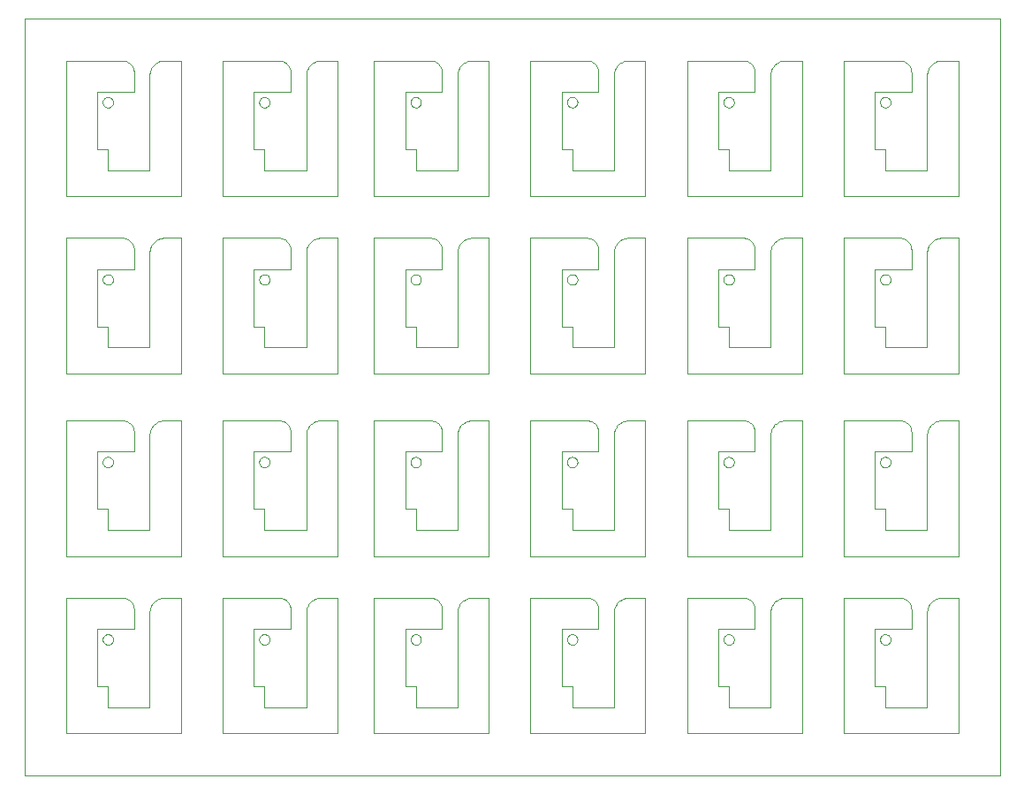
<source format=gko>
G75*
%MOIN*%
%OFA0B0*%
%FSLAX24Y24*%
%IPPOS*%
%LPD*%
%AMOC8*
5,1,8,0,0,1.08239X$1,22.5*
%
%ADD10C,0.0000*%
D10*
X000440Y000519D02*
X000440Y029062D01*
X037251Y029062D01*
X037251Y000519D01*
X000440Y000519D01*
X002015Y002094D02*
X006345Y002094D01*
X006345Y007212D01*
X005721Y007212D01*
X005675Y007210D01*
X005629Y007204D01*
X005584Y007195D01*
X005540Y007182D01*
X005497Y007165D01*
X005456Y007145D01*
X005416Y007121D01*
X005379Y007095D01*
X005344Y007065D01*
X005311Y007032D01*
X005281Y006997D01*
X005255Y006960D01*
X005231Y006920D01*
X005211Y006879D01*
X005194Y006836D01*
X005181Y006792D01*
X005172Y006747D01*
X005166Y006701D01*
X005164Y006655D01*
X005164Y003078D01*
X003590Y003078D01*
X003590Y003865D01*
X003196Y003865D01*
X003196Y006031D01*
X004574Y006031D01*
X004574Y006771D01*
X004572Y006812D01*
X004567Y006852D01*
X004557Y006891D01*
X004544Y006930D01*
X004528Y006967D01*
X004508Y007003D01*
X004485Y007036D01*
X004459Y007067D01*
X004430Y007096D01*
X004399Y007122D01*
X004366Y007145D01*
X004330Y007165D01*
X004293Y007181D01*
X004254Y007194D01*
X004215Y007204D01*
X004175Y007209D01*
X004134Y007211D01*
X004134Y007212D02*
X002015Y007212D01*
X002015Y002094D01*
X003393Y005637D02*
X003395Y005664D01*
X003401Y005691D01*
X003410Y005717D01*
X003423Y005741D01*
X003439Y005764D01*
X003458Y005783D01*
X003480Y005800D01*
X003504Y005814D01*
X003529Y005824D01*
X003556Y005831D01*
X003583Y005834D01*
X003611Y005833D01*
X003638Y005828D01*
X003664Y005820D01*
X003688Y005808D01*
X003711Y005792D01*
X003732Y005774D01*
X003749Y005753D01*
X003764Y005729D01*
X003775Y005704D01*
X003783Y005678D01*
X003787Y005651D01*
X003787Y005623D01*
X003783Y005596D01*
X003775Y005570D01*
X003764Y005545D01*
X003749Y005521D01*
X003732Y005500D01*
X003711Y005482D01*
X003689Y005466D01*
X003664Y005454D01*
X003638Y005446D01*
X003611Y005441D01*
X003583Y005440D01*
X003556Y005443D01*
X003529Y005450D01*
X003504Y005460D01*
X003480Y005474D01*
X003458Y005491D01*
X003439Y005510D01*
X003423Y005533D01*
X003410Y005557D01*
X003401Y005583D01*
X003395Y005610D01*
X003393Y005637D01*
X002015Y008786D02*
X006345Y008786D01*
X006345Y013905D01*
X005721Y013905D01*
X005675Y013903D01*
X005629Y013897D01*
X005584Y013888D01*
X005540Y013875D01*
X005497Y013858D01*
X005456Y013838D01*
X005416Y013814D01*
X005379Y013788D01*
X005344Y013758D01*
X005311Y013725D01*
X005281Y013690D01*
X005255Y013653D01*
X005231Y013613D01*
X005211Y013572D01*
X005194Y013529D01*
X005181Y013485D01*
X005172Y013440D01*
X005166Y013394D01*
X005164Y013348D01*
X005164Y009771D01*
X003590Y009771D01*
X003590Y010558D01*
X003196Y010558D01*
X003196Y012723D01*
X004574Y012723D01*
X004574Y013464D01*
X004572Y013505D01*
X004567Y013545D01*
X004557Y013584D01*
X004544Y013623D01*
X004528Y013660D01*
X004508Y013696D01*
X004485Y013729D01*
X004459Y013760D01*
X004430Y013789D01*
X004399Y013815D01*
X004366Y013838D01*
X004330Y013858D01*
X004293Y013874D01*
X004254Y013887D01*
X004215Y013897D01*
X004175Y013902D01*
X004134Y013904D01*
X004134Y013905D02*
X002015Y013905D01*
X002015Y008786D01*
X003393Y012330D02*
X003395Y012357D01*
X003401Y012384D01*
X003410Y012410D01*
X003423Y012434D01*
X003439Y012457D01*
X003458Y012476D01*
X003480Y012493D01*
X003504Y012507D01*
X003529Y012517D01*
X003556Y012524D01*
X003583Y012527D01*
X003611Y012526D01*
X003638Y012521D01*
X003664Y012513D01*
X003688Y012501D01*
X003711Y012485D01*
X003732Y012467D01*
X003749Y012446D01*
X003764Y012422D01*
X003775Y012397D01*
X003783Y012371D01*
X003787Y012344D01*
X003787Y012316D01*
X003783Y012289D01*
X003775Y012263D01*
X003764Y012238D01*
X003749Y012214D01*
X003732Y012193D01*
X003711Y012175D01*
X003689Y012159D01*
X003664Y012147D01*
X003638Y012139D01*
X003611Y012134D01*
X003583Y012133D01*
X003556Y012136D01*
X003529Y012143D01*
X003504Y012153D01*
X003480Y012167D01*
X003458Y012184D01*
X003439Y012203D01*
X003423Y012226D01*
X003410Y012250D01*
X003401Y012276D01*
X003395Y012303D01*
X003393Y012330D01*
X002015Y015676D02*
X006345Y015676D01*
X006345Y020794D01*
X005721Y020794D01*
X005721Y020795D02*
X005675Y020793D01*
X005629Y020787D01*
X005584Y020778D01*
X005540Y020765D01*
X005497Y020748D01*
X005456Y020728D01*
X005416Y020704D01*
X005379Y020678D01*
X005344Y020648D01*
X005311Y020615D01*
X005281Y020580D01*
X005255Y020543D01*
X005231Y020503D01*
X005211Y020462D01*
X005194Y020419D01*
X005181Y020375D01*
X005172Y020330D01*
X005166Y020284D01*
X005164Y020238D01*
X005164Y016660D01*
X003590Y016660D01*
X003590Y017448D01*
X003196Y017448D01*
X003196Y019613D01*
X004574Y019613D01*
X004574Y020354D01*
X004572Y020395D01*
X004567Y020435D01*
X004557Y020474D01*
X004544Y020513D01*
X004528Y020550D01*
X004508Y020586D01*
X004485Y020619D01*
X004459Y020650D01*
X004430Y020679D01*
X004399Y020705D01*
X004366Y020728D01*
X004330Y020748D01*
X004293Y020764D01*
X004254Y020777D01*
X004215Y020787D01*
X004175Y020792D01*
X004134Y020794D01*
X002015Y020794D01*
X002015Y015676D01*
X003393Y019219D02*
X003395Y019246D01*
X003401Y019273D01*
X003410Y019299D01*
X003423Y019323D01*
X003439Y019346D01*
X003458Y019365D01*
X003480Y019382D01*
X003504Y019396D01*
X003529Y019406D01*
X003556Y019413D01*
X003583Y019416D01*
X003611Y019415D01*
X003638Y019410D01*
X003664Y019402D01*
X003688Y019390D01*
X003711Y019374D01*
X003732Y019356D01*
X003749Y019335D01*
X003764Y019311D01*
X003775Y019286D01*
X003783Y019260D01*
X003787Y019233D01*
X003787Y019205D01*
X003783Y019178D01*
X003775Y019152D01*
X003764Y019127D01*
X003749Y019103D01*
X003732Y019082D01*
X003711Y019064D01*
X003689Y019048D01*
X003664Y019036D01*
X003638Y019028D01*
X003611Y019023D01*
X003583Y019022D01*
X003556Y019025D01*
X003529Y019032D01*
X003504Y019042D01*
X003480Y019056D01*
X003458Y019073D01*
X003439Y019092D01*
X003423Y019115D01*
X003410Y019139D01*
X003401Y019165D01*
X003395Y019192D01*
X003393Y019219D01*
X002015Y022369D02*
X006345Y022369D01*
X006345Y027487D01*
X005721Y027487D01*
X005675Y027485D01*
X005629Y027479D01*
X005584Y027470D01*
X005540Y027457D01*
X005497Y027440D01*
X005456Y027420D01*
X005416Y027396D01*
X005379Y027370D01*
X005344Y027340D01*
X005311Y027307D01*
X005281Y027272D01*
X005255Y027235D01*
X005231Y027195D01*
X005211Y027154D01*
X005194Y027111D01*
X005181Y027067D01*
X005172Y027022D01*
X005166Y026976D01*
X005164Y026930D01*
X005164Y023353D01*
X003590Y023353D01*
X003590Y024141D01*
X003196Y024141D01*
X003196Y026306D01*
X004574Y026306D01*
X004574Y027047D01*
X004572Y027088D01*
X004567Y027128D01*
X004557Y027167D01*
X004544Y027206D01*
X004528Y027243D01*
X004508Y027279D01*
X004485Y027312D01*
X004459Y027343D01*
X004430Y027372D01*
X004399Y027398D01*
X004366Y027421D01*
X004330Y027441D01*
X004293Y027457D01*
X004254Y027470D01*
X004215Y027480D01*
X004175Y027485D01*
X004134Y027487D01*
X002015Y027487D01*
X002015Y022369D01*
X003393Y025912D02*
X003395Y025939D01*
X003401Y025966D01*
X003410Y025992D01*
X003423Y026016D01*
X003439Y026039D01*
X003458Y026058D01*
X003480Y026075D01*
X003504Y026089D01*
X003529Y026099D01*
X003556Y026106D01*
X003583Y026109D01*
X003611Y026108D01*
X003638Y026103D01*
X003664Y026095D01*
X003688Y026083D01*
X003711Y026067D01*
X003732Y026049D01*
X003749Y026028D01*
X003764Y026004D01*
X003775Y025979D01*
X003783Y025953D01*
X003787Y025926D01*
X003787Y025898D01*
X003783Y025871D01*
X003775Y025845D01*
X003764Y025820D01*
X003749Y025796D01*
X003732Y025775D01*
X003711Y025757D01*
X003689Y025741D01*
X003664Y025729D01*
X003638Y025721D01*
X003611Y025716D01*
X003583Y025715D01*
X003556Y025718D01*
X003529Y025725D01*
X003504Y025735D01*
X003480Y025749D01*
X003458Y025766D01*
X003439Y025785D01*
X003423Y025808D01*
X003410Y025832D01*
X003401Y025858D01*
X003395Y025885D01*
X003393Y025912D01*
X007920Y027487D02*
X007920Y022369D01*
X012251Y022369D01*
X012251Y027487D01*
X011627Y027487D01*
X011581Y027485D01*
X011535Y027479D01*
X011490Y027470D01*
X011446Y027457D01*
X011403Y027440D01*
X011362Y027420D01*
X011322Y027396D01*
X011285Y027370D01*
X011250Y027340D01*
X011217Y027307D01*
X011187Y027272D01*
X011161Y027235D01*
X011137Y027195D01*
X011117Y027154D01*
X011100Y027111D01*
X011087Y027067D01*
X011078Y027022D01*
X011072Y026976D01*
X011070Y026930D01*
X011070Y023353D01*
X009495Y023353D01*
X009495Y024141D01*
X009101Y024141D01*
X009101Y026306D01*
X010479Y026306D01*
X010479Y027047D01*
X010477Y027088D01*
X010472Y027128D01*
X010462Y027167D01*
X010449Y027206D01*
X010433Y027243D01*
X010413Y027279D01*
X010390Y027312D01*
X010364Y027343D01*
X010335Y027372D01*
X010304Y027398D01*
X010271Y027421D01*
X010235Y027441D01*
X010198Y027457D01*
X010159Y027470D01*
X010120Y027480D01*
X010080Y027485D01*
X010039Y027487D01*
X007920Y027487D01*
X009298Y025912D02*
X009300Y025939D01*
X009306Y025966D01*
X009315Y025992D01*
X009328Y026016D01*
X009344Y026039D01*
X009363Y026058D01*
X009385Y026075D01*
X009409Y026089D01*
X009434Y026099D01*
X009461Y026106D01*
X009488Y026109D01*
X009516Y026108D01*
X009543Y026103D01*
X009569Y026095D01*
X009593Y026083D01*
X009616Y026067D01*
X009637Y026049D01*
X009654Y026028D01*
X009669Y026004D01*
X009680Y025979D01*
X009688Y025953D01*
X009692Y025926D01*
X009692Y025898D01*
X009688Y025871D01*
X009680Y025845D01*
X009669Y025820D01*
X009654Y025796D01*
X009637Y025775D01*
X009616Y025757D01*
X009594Y025741D01*
X009569Y025729D01*
X009543Y025721D01*
X009516Y025716D01*
X009488Y025715D01*
X009461Y025718D01*
X009434Y025725D01*
X009409Y025735D01*
X009385Y025749D01*
X009363Y025766D01*
X009344Y025785D01*
X009328Y025808D01*
X009315Y025832D01*
X009306Y025858D01*
X009300Y025885D01*
X009298Y025912D01*
X013629Y027487D02*
X013629Y022369D01*
X017960Y022369D01*
X017960Y027487D01*
X017335Y027487D01*
X017289Y027485D01*
X017243Y027479D01*
X017198Y027470D01*
X017154Y027457D01*
X017111Y027440D01*
X017070Y027420D01*
X017030Y027396D01*
X016993Y027370D01*
X016958Y027340D01*
X016925Y027307D01*
X016895Y027272D01*
X016869Y027235D01*
X016845Y027195D01*
X016825Y027154D01*
X016808Y027111D01*
X016795Y027067D01*
X016786Y027022D01*
X016780Y026976D01*
X016778Y026930D01*
X016779Y026930D02*
X016779Y023353D01*
X015204Y023353D01*
X015204Y024141D01*
X014810Y024141D01*
X014810Y026306D01*
X016188Y026306D01*
X016188Y027047D01*
X016186Y027088D01*
X016181Y027128D01*
X016171Y027167D01*
X016158Y027206D01*
X016142Y027243D01*
X016122Y027279D01*
X016099Y027312D01*
X016073Y027343D01*
X016044Y027372D01*
X016013Y027398D01*
X015980Y027421D01*
X015944Y027441D01*
X015907Y027457D01*
X015868Y027470D01*
X015829Y027480D01*
X015789Y027485D01*
X015748Y027487D01*
X013629Y027487D01*
X015007Y025912D02*
X015009Y025939D01*
X015015Y025966D01*
X015024Y025992D01*
X015037Y026016D01*
X015053Y026039D01*
X015072Y026058D01*
X015094Y026075D01*
X015118Y026089D01*
X015143Y026099D01*
X015170Y026106D01*
X015197Y026109D01*
X015225Y026108D01*
X015252Y026103D01*
X015278Y026095D01*
X015302Y026083D01*
X015325Y026067D01*
X015346Y026049D01*
X015363Y026028D01*
X015378Y026004D01*
X015389Y025979D01*
X015397Y025953D01*
X015401Y025926D01*
X015401Y025898D01*
X015397Y025871D01*
X015389Y025845D01*
X015378Y025820D01*
X015363Y025796D01*
X015346Y025775D01*
X015325Y025757D01*
X015303Y025741D01*
X015278Y025729D01*
X015252Y025721D01*
X015225Y025716D01*
X015197Y025715D01*
X015170Y025718D01*
X015143Y025725D01*
X015118Y025735D01*
X015094Y025749D01*
X015072Y025766D01*
X015053Y025785D01*
X015037Y025808D01*
X015024Y025832D01*
X015015Y025858D01*
X015009Y025885D01*
X015007Y025912D01*
X019534Y027487D02*
X019534Y022369D01*
X023865Y022369D01*
X023865Y027487D01*
X023241Y027487D01*
X023195Y027485D01*
X023149Y027479D01*
X023104Y027470D01*
X023060Y027457D01*
X023017Y027440D01*
X022976Y027420D01*
X022936Y027396D01*
X022899Y027370D01*
X022864Y027340D01*
X022831Y027307D01*
X022801Y027272D01*
X022775Y027235D01*
X022751Y027195D01*
X022731Y027154D01*
X022714Y027111D01*
X022701Y027067D01*
X022692Y027022D01*
X022686Y026976D01*
X022684Y026930D01*
X022684Y023353D01*
X021109Y023353D01*
X021109Y024141D01*
X020716Y024141D01*
X020716Y026306D01*
X022094Y026306D01*
X022094Y027047D01*
X022093Y027047D02*
X022091Y027088D01*
X022086Y027128D01*
X022076Y027167D01*
X022063Y027206D01*
X022047Y027243D01*
X022027Y027279D01*
X022004Y027312D01*
X021978Y027343D01*
X021949Y027372D01*
X021918Y027398D01*
X021885Y027421D01*
X021849Y027441D01*
X021812Y027457D01*
X021773Y027470D01*
X021734Y027480D01*
X021694Y027485D01*
X021653Y027487D01*
X019534Y027487D01*
X020912Y025912D02*
X020914Y025939D01*
X020920Y025966D01*
X020929Y025992D01*
X020942Y026016D01*
X020958Y026039D01*
X020977Y026058D01*
X020999Y026075D01*
X021023Y026089D01*
X021048Y026099D01*
X021075Y026106D01*
X021102Y026109D01*
X021130Y026108D01*
X021157Y026103D01*
X021183Y026095D01*
X021207Y026083D01*
X021230Y026067D01*
X021251Y026049D01*
X021268Y026028D01*
X021283Y026004D01*
X021294Y025979D01*
X021302Y025953D01*
X021306Y025926D01*
X021306Y025898D01*
X021302Y025871D01*
X021294Y025845D01*
X021283Y025820D01*
X021268Y025796D01*
X021251Y025775D01*
X021230Y025757D01*
X021208Y025741D01*
X021183Y025729D01*
X021157Y025721D01*
X021130Y025716D01*
X021102Y025715D01*
X021075Y025718D01*
X021048Y025725D01*
X021023Y025735D01*
X020999Y025749D01*
X020977Y025766D01*
X020958Y025785D01*
X020942Y025808D01*
X020929Y025832D01*
X020920Y025858D01*
X020914Y025885D01*
X020912Y025912D01*
X025440Y027487D02*
X025440Y022369D01*
X029771Y022369D01*
X029771Y027487D01*
X029146Y027487D01*
X029100Y027485D01*
X029054Y027479D01*
X029009Y027470D01*
X028965Y027457D01*
X028922Y027440D01*
X028881Y027420D01*
X028841Y027396D01*
X028804Y027370D01*
X028769Y027340D01*
X028736Y027307D01*
X028706Y027272D01*
X028680Y027235D01*
X028656Y027195D01*
X028636Y027154D01*
X028619Y027111D01*
X028606Y027067D01*
X028597Y027022D01*
X028591Y026976D01*
X028589Y026930D01*
X028590Y026930D02*
X028590Y023353D01*
X027015Y023353D01*
X027015Y024141D01*
X026621Y024141D01*
X026621Y026306D01*
X027999Y026306D01*
X027999Y027047D01*
X027997Y027088D01*
X027992Y027128D01*
X027982Y027167D01*
X027969Y027206D01*
X027953Y027243D01*
X027933Y027279D01*
X027910Y027312D01*
X027884Y027343D01*
X027855Y027372D01*
X027824Y027398D01*
X027791Y027421D01*
X027755Y027441D01*
X027718Y027457D01*
X027679Y027470D01*
X027640Y027480D01*
X027600Y027485D01*
X027559Y027487D01*
X025440Y027487D01*
X026818Y025912D02*
X026820Y025939D01*
X026826Y025966D01*
X026835Y025992D01*
X026848Y026016D01*
X026864Y026039D01*
X026883Y026058D01*
X026905Y026075D01*
X026929Y026089D01*
X026954Y026099D01*
X026981Y026106D01*
X027008Y026109D01*
X027036Y026108D01*
X027063Y026103D01*
X027089Y026095D01*
X027113Y026083D01*
X027136Y026067D01*
X027157Y026049D01*
X027174Y026028D01*
X027189Y026004D01*
X027200Y025979D01*
X027208Y025953D01*
X027212Y025926D01*
X027212Y025898D01*
X027208Y025871D01*
X027200Y025845D01*
X027189Y025820D01*
X027174Y025796D01*
X027157Y025775D01*
X027136Y025757D01*
X027114Y025741D01*
X027089Y025729D01*
X027063Y025721D01*
X027036Y025716D01*
X027008Y025715D01*
X026981Y025718D01*
X026954Y025725D01*
X026929Y025735D01*
X026905Y025749D01*
X026883Y025766D01*
X026864Y025785D01*
X026848Y025808D01*
X026835Y025832D01*
X026826Y025858D01*
X026820Y025885D01*
X026818Y025912D01*
X031345Y027487D02*
X031345Y022369D01*
X035676Y022369D01*
X035676Y027487D01*
X035052Y027487D01*
X035006Y027485D01*
X034960Y027479D01*
X034915Y027470D01*
X034871Y027457D01*
X034828Y027440D01*
X034787Y027420D01*
X034747Y027396D01*
X034710Y027370D01*
X034675Y027340D01*
X034642Y027307D01*
X034612Y027272D01*
X034586Y027235D01*
X034562Y027195D01*
X034542Y027154D01*
X034525Y027111D01*
X034512Y027067D01*
X034503Y027022D01*
X034497Y026976D01*
X034495Y026930D01*
X034495Y023353D01*
X032920Y023353D01*
X032920Y024141D01*
X032527Y024141D01*
X032527Y026306D01*
X033905Y026306D01*
X033905Y027047D01*
X033904Y027047D02*
X033902Y027088D01*
X033897Y027128D01*
X033887Y027167D01*
X033874Y027206D01*
X033858Y027243D01*
X033838Y027279D01*
X033815Y027312D01*
X033789Y027343D01*
X033760Y027372D01*
X033729Y027398D01*
X033696Y027421D01*
X033660Y027441D01*
X033623Y027457D01*
X033584Y027470D01*
X033545Y027480D01*
X033505Y027485D01*
X033464Y027487D01*
X031345Y027487D01*
X032723Y025912D02*
X032725Y025939D01*
X032731Y025966D01*
X032740Y025992D01*
X032753Y026016D01*
X032769Y026039D01*
X032788Y026058D01*
X032810Y026075D01*
X032834Y026089D01*
X032859Y026099D01*
X032886Y026106D01*
X032913Y026109D01*
X032941Y026108D01*
X032968Y026103D01*
X032994Y026095D01*
X033018Y026083D01*
X033041Y026067D01*
X033062Y026049D01*
X033079Y026028D01*
X033094Y026004D01*
X033105Y025979D01*
X033113Y025953D01*
X033117Y025926D01*
X033117Y025898D01*
X033113Y025871D01*
X033105Y025845D01*
X033094Y025820D01*
X033079Y025796D01*
X033062Y025775D01*
X033041Y025757D01*
X033019Y025741D01*
X032994Y025729D01*
X032968Y025721D01*
X032941Y025716D01*
X032913Y025715D01*
X032886Y025718D01*
X032859Y025725D01*
X032834Y025735D01*
X032810Y025749D01*
X032788Y025766D01*
X032769Y025785D01*
X032753Y025808D01*
X032740Y025832D01*
X032731Y025858D01*
X032725Y025885D01*
X032723Y025912D01*
X033464Y020794D02*
X031345Y020794D01*
X031345Y015676D01*
X035676Y015676D01*
X035676Y020794D01*
X035052Y020794D01*
X035052Y020795D02*
X035006Y020793D01*
X034960Y020787D01*
X034915Y020778D01*
X034871Y020765D01*
X034828Y020748D01*
X034787Y020728D01*
X034747Y020704D01*
X034710Y020678D01*
X034675Y020648D01*
X034642Y020615D01*
X034612Y020580D01*
X034586Y020543D01*
X034562Y020503D01*
X034542Y020462D01*
X034525Y020419D01*
X034512Y020375D01*
X034503Y020330D01*
X034497Y020284D01*
X034495Y020238D01*
X034495Y016660D01*
X032920Y016660D01*
X032920Y017448D01*
X032527Y017448D01*
X032527Y019613D01*
X033905Y019613D01*
X033905Y020354D01*
X033904Y020354D02*
X033902Y020395D01*
X033897Y020435D01*
X033887Y020474D01*
X033874Y020513D01*
X033858Y020550D01*
X033838Y020586D01*
X033815Y020619D01*
X033789Y020650D01*
X033760Y020679D01*
X033729Y020705D01*
X033696Y020728D01*
X033660Y020748D01*
X033623Y020764D01*
X033584Y020777D01*
X033545Y020787D01*
X033505Y020792D01*
X033464Y020794D01*
X032723Y019219D02*
X032725Y019246D01*
X032731Y019273D01*
X032740Y019299D01*
X032753Y019323D01*
X032769Y019346D01*
X032788Y019365D01*
X032810Y019382D01*
X032834Y019396D01*
X032859Y019406D01*
X032886Y019413D01*
X032913Y019416D01*
X032941Y019415D01*
X032968Y019410D01*
X032994Y019402D01*
X033018Y019390D01*
X033041Y019374D01*
X033062Y019356D01*
X033079Y019335D01*
X033094Y019311D01*
X033105Y019286D01*
X033113Y019260D01*
X033117Y019233D01*
X033117Y019205D01*
X033113Y019178D01*
X033105Y019152D01*
X033094Y019127D01*
X033079Y019103D01*
X033062Y019082D01*
X033041Y019064D01*
X033019Y019048D01*
X032994Y019036D01*
X032968Y019028D01*
X032941Y019023D01*
X032913Y019022D01*
X032886Y019025D01*
X032859Y019032D01*
X032834Y019042D01*
X032810Y019056D01*
X032788Y019073D01*
X032769Y019092D01*
X032753Y019115D01*
X032740Y019139D01*
X032731Y019165D01*
X032725Y019192D01*
X032723Y019219D01*
X029771Y020794D02*
X029771Y015676D01*
X025440Y015676D01*
X025440Y020794D01*
X027559Y020794D01*
X027600Y020792D01*
X027640Y020787D01*
X027679Y020777D01*
X027718Y020764D01*
X027755Y020748D01*
X027791Y020728D01*
X027824Y020705D01*
X027855Y020679D01*
X027884Y020650D01*
X027910Y020619D01*
X027933Y020586D01*
X027953Y020550D01*
X027969Y020513D01*
X027982Y020474D01*
X027992Y020435D01*
X027997Y020395D01*
X027999Y020354D01*
X027999Y019613D01*
X026621Y019613D01*
X026621Y017448D01*
X027015Y017448D01*
X027015Y016660D01*
X028590Y016660D01*
X028590Y020238D01*
X028589Y020238D02*
X028591Y020284D01*
X028597Y020330D01*
X028606Y020375D01*
X028619Y020419D01*
X028636Y020462D01*
X028656Y020503D01*
X028680Y020543D01*
X028706Y020580D01*
X028736Y020615D01*
X028769Y020648D01*
X028804Y020678D01*
X028841Y020704D01*
X028881Y020728D01*
X028922Y020748D01*
X028965Y020765D01*
X029009Y020778D01*
X029054Y020787D01*
X029100Y020793D01*
X029146Y020795D01*
X029146Y020794D02*
X029771Y020794D01*
X026818Y019219D02*
X026820Y019246D01*
X026826Y019273D01*
X026835Y019299D01*
X026848Y019323D01*
X026864Y019346D01*
X026883Y019365D01*
X026905Y019382D01*
X026929Y019396D01*
X026954Y019406D01*
X026981Y019413D01*
X027008Y019416D01*
X027036Y019415D01*
X027063Y019410D01*
X027089Y019402D01*
X027113Y019390D01*
X027136Y019374D01*
X027157Y019356D01*
X027174Y019335D01*
X027189Y019311D01*
X027200Y019286D01*
X027208Y019260D01*
X027212Y019233D01*
X027212Y019205D01*
X027208Y019178D01*
X027200Y019152D01*
X027189Y019127D01*
X027174Y019103D01*
X027157Y019082D01*
X027136Y019064D01*
X027114Y019048D01*
X027089Y019036D01*
X027063Y019028D01*
X027036Y019023D01*
X027008Y019022D01*
X026981Y019025D01*
X026954Y019032D01*
X026929Y019042D01*
X026905Y019056D01*
X026883Y019073D01*
X026864Y019092D01*
X026848Y019115D01*
X026835Y019139D01*
X026826Y019165D01*
X026820Y019192D01*
X026818Y019219D01*
X023865Y020794D02*
X023865Y015676D01*
X019534Y015676D01*
X019534Y020794D01*
X021653Y020794D01*
X021694Y020792D01*
X021734Y020787D01*
X021773Y020777D01*
X021812Y020764D01*
X021849Y020748D01*
X021885Y020728D01*
X021918Y020705D01*
X021949Y020679D01*
X021978Y020650D01*
X022004Y020619D01*
X022027Y020586D01*
X022047Y020550D01*
X022063Y020513D01*
X022076Y020474D01*
X022086Y020435D01*
X022091Y020395D01*
X022093Y020354D01*
X022094Y020354D02*
X022094Y019613D01*
X020716Y019613D01*
X020716Y017448D01*
X021109Y017448D01*
X021109Y016660D01*
X022684Y016660D01*
X022684Y020238D01*
X022686Y020284D01*
X022692Y020330D01*
X022701Y020375D01*
X022714Y020419D01*
X022731Y020462D01*
X022751Y020503D01*
X022775Y020543D01*
X022801Y020580D01*
X022831Y020615D01*
X022864Y020648D01*
X022899Y020678D01*
X022936Y020704D01*
X022976Y020728D01*
X023017Y020748D01*
X023060Y020765D01*
X023104Y020778D01*
X023149Y020787D01*
X023195Y020793D01*
X023241Y020795D01*
X023241Y020794D02*
X023865Y020794D01*
X020912Y019219D02*
X020914Y019246D01*
X020920Y019273D01*
X020929Y019299D01*
X020942Y019323D01*
X020958Y019346D01*
X020977Y019365D01*
X020999Y019382D01*
X021023Y019396D01*
X021048Y019406D01*
X021075Y019413D01*
X021102Y019416D01*
X021130Y019415D01*
X021157Y019410D01*
X021183Y019402D01*
X021207Y019390D01*
X021230Y019374D01*
X021251Y019356D01*
X021268Y019335D01*
X021283Y019311D01*
X021294Y019286D01*
X021302Y019260D01*
X021306Y019233D01*
X021306Y019205D01*
X021302Y019178D01*
X021294Y019152D01*
X021283Y019127D01*
X021268Y019103D01*
X021251Y019082D01*
X021230Y019064D01*
X021208Y019048D01*
X021183Y019036D01*
X021157Y019028D01*
X021130Y019023D01*
X021102Y019022D01*
X021075Y019025D01*
X021048Y019032D01*
X021023Y019042D01*
X020999Y019056D01*
X020977Y019073D01*
X020958Y019092D01*
X020942Y019115D01*
X020929Y019139D01*
X020920Y019165D01*
X020914Y019192D01*
X020912Y019219D01*
X017960Y020794D02*
X017960Y015676D01*
X013629Y015676D01*
X013629Y020794D01*
X015748Y020794D01*
X015789Y020792D01*
X015829Y020787D01*
X015868Y020777D01*
X015907Y020764D01*
X015944Y020748D01*
X015980Y020728D01*
X016013Y020705D01*
X016044Y020679D01*
X016073Y020650D01*
X016099Y020619D01*
X016122Y020586D01*
X016142Y020550D01*
X016158Y020513D01*
X016171Y020474D01*
X016181Y020435D01*
X016186Y020395D01*
X016188Y020354D01*
X016188Y019613D01*
X014810Y019613D01*
X014810Y017448D01*
X015204Y017448D01*
X015204Y016660D01*
X016779Y016660D01*
X016779Y020238D01*
X016778Y020238D02*
X016780Y020284D01*
X016786Y020330D01*
X016795Y020375D01*
X016808Y020419D01*
X016825Y020462D01*
X016845Y020503D01*
X016869Y020543D01*
X016895Y020580D01*
X016925Y020615D01*
X016958Y020648D01*
X016993Y020678D01*
X017030Y020704D01*
X017070Y020728D01*
X017111Y020748D01*
X017154Y020765D01*
X017198Y020778D01*
X017243Y020787D01*
X017289Y020793D01*
X017335Y020795D01*
X017335Y020794D02*
X017960Y020794D01*
X015007Y019219D02*
X015009Y019246D01*
X015015Y019273D01*
X015024Y019299D01*
X015037Y019323D01*
X015053Y019346D01*
X015072Y019365D01*
X015094Y019382D01*
X015118Y019396D01*
X015143Y019406D01*
X015170Y019413D01*
X015197Y019416D01*
X015225Y019415D01*
X015252Y019410D01*
X015278Y019402D01*
X015302Y019390D01*
X015325Y019374D01*
X015346Y019356D01*
X015363Y019335D01*
X015378Y019311D01*
X015389Y019286D01*
X015397Y019260D01*
X015401Y019233D01*
X015401Y019205D01*
X015397Y019178D01*
X015389Y019152D01*
X015378Y019127D01*
X015363Y019103D01*
X015346Y019082D01*
X015325Y019064D01*
X015303Y019048D01*
X015278Y019036D01*
X015252Y019028D01*
X015225Y019023D01*
X015197Y019022D01*
X015170Y019025D01*
X015143Y019032D01*
X015118Y019042D01*
X015094Y019056D01*
X015072Y019073D01*
X015053Y019092D01*
X015037Y019115D01*
X015024Y019139D01*
X015015Y019165D01*
X015009Y019192D01*
X015007Y019219D01*
X012251Y020794D02*
X012251Y015676D01*
X007920Y015676D01*
X007920Y020794D01*
X010039Y020794D01*
X010080Y020792D01*
X010120Y020787D01*
X010159Y020777D01*
X010198Y020764D01*
X010235Y020748D01*
X010271Y020728D01*
X010304Y020705D01*
X010335Y020679D01*
X010364Y020650D01*
X010390Y020619D01*
X010413Y020586D01*
X010433Y020550D01*
X010449Y020513D01*
X010462Y020474D01*
X010472Y020435D01*
X010477Y020395D01*
X010479Y020354D01*
X010479Y019613D01*
X009101Y019613D01*
X009101Y017448D01*
X009495Y017448D01*
X009495Y016660D01*
X011070Y016660D01*
X011070Y020238D01*
X011072Y020284D01*
X011078Y020330D01*
X011087Y020375D01*
X011100Y020419D01*
X011117Y020462D01*
X011137Y020503D01*
X011161Y020543D01*
X011187Y020580D01*
X011217Y020615D01*
X011250Y020648D01*
X011285Y020678D01*
X011322Y020704D01*
X011362Y020728D01*
X011403Y020748D01*
X011446Y020765D01*
X011490Y020778D01*
X011535Y020787D01*
X011581Y020793D01*
X011627Y020795D01*
X011627Y020794D02*
X012251Y020794D01*
X009298Y019219D02*
X009300Y019246D01*
X009306Y019273D01*
X009315Y019299D01*
X009328Y019323D01*
X009344Y019346D01*
X009363Y019365D01*
X009385Y019382D01*
X009409Y019396D01*
X009434Y019406D01*
X009461Y019413D01*
X009488Y019416D01*
X009516Y019415D01*
X009543Y019410D01*
X009569Y019402D01*
X009593Y019390D01*
X009616Y019374D01*
X009637Y019356D01*
X009654Y019335D01*
X009669Y019311D01*
X009680Y019286D01*
X009688Y019260D01*
X009692Y019233D01*
X009692Y019205D01*
X009688Y019178D01*
X009680Y019152D01*
X009669Y019127D01*
X009654Y019103D01*
X009637Y019082D01*
X009616Y019064D01*
X009594Y019048D01*
X009569Y019036D01*
X009543Y019028D01*
X009516Y019023D01*
X009488Y019022D01*
X009461Y019025D01*
X009434Y019032D01*
X009409Y019042D01*
X009385Y019056D01*
X009363Y019073D01*
X009344Y019092D01*
X009328Y019115D01*
X009315Y019139D01*
X009306Y019165D01*
X009300Y019192D01*
X009298Y019219D01*
X010039Y013905D02*
X007920Y013905D01*
X007920Y008786D01*
X012251Y008786D01*
X012251Y013905D01*
X011627Y013905D01*
X011581Y013903D01*
X011535Y013897D01*
X011490Y013888D01*
X011446Y013875D01*
X011403Y013858D01*
X011362Y013838D01*
X011322Y013814D01*
X011285Y013788D01*
X011250Y013758D01*
X011217Y013725D01*
X011187Y013690D01*
X011161Y013653D01*
X011137Y013613D01*
X011117Y013572D01*
X011100Y013529D01*
X011087Y013485D01*
X011078Y013440D01*
X011072Y013394D01*
X011070Y013348D01*
X011070Y009771D01*
X009495Y009771D01*
X009495Y010558D01*
X009101Y010558D01*
X009101Y012723D01*
X010479Y012723D01*
X010479Y013464D01*
X010477Y013505D01*
X010472Y013545D01*
X010462Y013584D01*
X010449Y013623D01*
X010433Y013660D01*
X010413Y013696D01*
X010390Y013729D01*
X010364Y013760D01*
X010335Y013789D01*
X010304Y013815D01*
X010271Y013838D01*
X010235Y013858D01*
X010198Y013874D01*
X010159Y013887D01*
X010120Y013897D01*
X010080Y013902D01*
X010039Y013904D01*
X009298Y012330D02*
X009300Y012357D01*
X009306Y012384D01*
X009315Y012410D01*
X009328Y012434D01*
X009344Y012457D01*
X009363Y012476D01*
X009385Y012493D01*
X009409Y012507D01*
X009434Y012517D01*
X009461Y012524D01*
X009488Y012527D01*
X009516Y012526D01*
X009543Y012521D01*
X009569Y012513D01*
X009593Y012501D01*
X009616Y012485D01*
X009637Y012467D01*
X009654Y012446D01*
X009669Y012422D01*
X009680Y012397D01*
X009688Y012371D01*
X009692Y012344D01*
X009692Y012316D01*
X009688Y012289D01*
X009680Y012263D01*
X009669Y012238D01*
X009654Y012214D01*
X009637Y012193D01*
X009616Y012175D01*
X009594Y012159D01*
X009569Y012147D01*
X009543Y012139D01*
X009516Y012134D01*
X009488Y012133D01*
X009461Y012136D01*
X009434Y012143D01*
X009409Y012153D01*
X009385Y012167D01*
X009363Y012184D01*
X009344Y012203D01*
X009328Y012226D01*
X009315Y012250D01*
X009306Y012276D01*
X009300Y012303D01*
X009298Y012330D01*
X013629Y013905D02*
X013629Y008786D01*
X017960Y008786D01*
X017960Y013905D01*
X017335Y013905D01*
X017289Y013903D01*
X017243Y013897D01*
X017198Y013888D01*
X017154Y013875D01*
X017111Y013858D01*
X017070Y013838D01*
X017030Y013814D01*
X016993Y013788D01*
X016958Y013758D01*
X016925Y013725D01*
X016895Y013690D01*
X016869Y013653D01*
X016845Y013613D01*
X016825Y013572D01*
X016808Y013529D01*
X016795Y013485D01*
X016786Y013440D01*
X016780Y013394D01*
X016778Y013348D01*
X016779Y013348D02*
X016779Y009771D01*
X015204Y009771D01*
X015204Y010558D01*
X014810Y010558D01*
X014810Y012723D01*
X016188Y012723D01*
X016188Y013464D01*
X016186Y013505D01*
X016181Y013545D01*
X016171Y013584D01*
X016158Y013623D01*
X016142Y013660D01*
X016122Y013696D01*
X016099Y013729D01*
X016073Y013760D01*
X016044Y013789D01*
X016013Y013815D01*
X015980Y013838D01*
X015944Y013858D01*
X015907Y013874D01*
X015868Y013887D01*
X015829Y013897D01*
X015789Y013902D01*
X015748Y013904D01*
X015748Y013905D02*
X013629Y013905D01*
X015007Y012330D02*
X015009Y012357D01*
X015015Y012384D01*
X015024Y012410D01*
X015037Y012434D01*
X015053Y012457D01*
X015072Y012476D01*
X015094Y012493D01*
X015118Y012507D01*
X015143Y012517D01*
X015170Y012524D01*
X015197Y012527D01*
X015225Y012526D01*
X015252Y012521D01*
X015278Y012513D01*
X015302Y012501D01*
X015325Y012485D01*
X015346Y012467D01*
X015363Y012446D01*
X015378Y012422D01*
X015389Y012397D01*
X015397Y012371D01*
X015401Y012344D01*
X015401Y012316D01*
X015397Y012289D01*
X015389Y012263D01*
X015378Y012238D01*
X015363Y012214D01*
X015346Y012193D01*
X015325Y012175D01*
X015303Y012159D01*
X015278Y012147D01*
X015252Y012139D01*
X015225Y012134D01*
X015197Y012133D01*
X015170Y012136D01*
X015143Y012143D01*
X015118Y012153D01*
X015094Y012167D01*
X015072Y012184D01*
X015053Y012203D01*
X015037Y012226D01*
X015024Y012250D01*
X015015Y012276D01*
X015009Y012303D01*
X015007Y012330D01*
X019534Y013905D02*
X019534Y008786D01*
X023865Y008786D01*
X023865Y013905D01*
X023241Y013905D01*
X023195Y013903D01*
X023149Y013897D01*
X023104Y013888D01*
X023060Y013875D01*
X023017Y013858D01*
X022976Y013838D01*
X022936Y013814D01*
X022899Y013788D01*
X022864Y013758D01*
X022831Y013725D01*
X022801Y013690D01*
X022775Y013653D01*
X022751Y013613D01*
X022731Y013572D01*
X022714Y013529D01*
X022701Y013485D01*
X022692Y013440D01*
X022686Y013394D01*
X022684Y013348D01*
X022684Y009771D01*
X021109Y009771D01*
X021109Y010558D01*
X020716Y010558D01*
X020716Y012723D01*
X022094Y012723D01*
X022094Y013464D01*
X022093Y013464D02*
X022091Y013505D01*
X022086Y013545D01*
X022076Y013584D01*
X022063Y013623D01*
X022047Y013660D01*
X022027Y013696D01*
X022004Y013729D01*
X021978Y013760D01*
X021949Y013789D01*
X021918Y013815D01*
X021885Y013838D01*
X021849Y013858D01*
X021812Y013874D01*
X021773Y013887D01*
X021734Y013897D01*
X021694Y013902D01*
X021653Y013904D01*
X021653Y013905D02*
X019534Y013905D01*
X020912Y012330D02*
X020914Y012357D01*
X020920Y012384D01*
X020929Y012410D01*
X020942Y012434D01*
X020958Y012457D01*
X020977Y012476D01*
X020999Y012493D01*
X021023Y012507D01*
X021048Y012517D01*
X021075Y012524D01*
X021102Y012527D01*
X021130Y012526D01*
X021157Y012521D01*
X021183Y012513D01*
X021207Y012501D01*
X021230Y012485D01*
X021251Y012467D01*
X021268Y012446D01*
X021283Y012422D01*
X021294Y012397D01*
X021302Y012371D01*
X021306Y012344D01*
X021306Y012316D01*
X021302Y012289D01*
X021294Y012263D01*
X021283Y012238D01*
X021268Y012214D01*
X021251Y012193D01*
X021230Y012175D01*
X021208Y012159D01*
X021183Y012147D01*
X021157Y012139D01*
X021130Y012134D01*
X021102Y012133D01*
X021075Y012136D01*
X021048Y012143D01*
X021023Y012153D01*
X020999Y012167D01*
X020977Y012184D01*
X020958Y012203D01*
X020942Y012226D01*
X020929Y012250D01*
X020920Y012276D01*
X020914Y012303D01*
X020912Y012330D01*
X025440Y013905D02*
X025440Y008786D01*
X029771Y008786D01*
X029771Y013905D01*
X029146Y013905D01*
X029100Y013903D01*
X029054Y013897D01*
X029009Y013888D01*
X028965Y013875D01*
X028922Y013858D01*
X028881Y013838D01*
X028841Y013814D01*
X028804Y013788D01*
X028769Y013758D01*
X028736Y013725D01*
X028706Y013690D01*
X028680Y013653D01*
X028656Y013613D01*
X028636Y013572D01*
X028619Y013529D01*
X028606Y013485D01*
X028597Y013440D01*
X028591Y013394D01*
X028589Y013348D01*
X028590Y013348D02*
X028590Y009771D01*
X027015Y009771D01*
X027015Y010558D01*
X026621Y010558D01*
X026621Y012723D01*
X027999Y012723D01*
X027999Y013464D01*
X027997Y013505D01*
X027992Y013545D01*
X027982Y013584D01*
X027969Y013623D01*
X027953Y013660D01*
X027933Y013696D01*
X027910Y013729D01*
X027884Y013760D01*
X027855Y013789D01*
X027824Y013815D01*
X027791Y013838D01*
X027755Y013858D01*
X027718Y013874D01*
X027679Y013887D01*
X027640Y013897D01*
X027600Y013902D01*
X027559Y013904D01*
X027559Y013905D02*
X025440Y013905D01*
X026818Y012330D02*
X026820Y012357D01*
X026826Y012384D01*
X026835Y012410D01*
X026848Y012434D01*
X026864Y012457D01*
X026883Y012476D01*
X026905Y012493D01*
X026929Y012507D01*
X026954Y012517D01*
X026981Y012524D01*
X027008Y012527D01*
X027036Y012526D01*
X027063Y012521D01*
X027089Y012513D01*
X027113Y012501D01*
X027136Y012485D01*
X027157Y012467D01*
X027174Y012446D01*
X027189Y012422D01*
X027200Y012397D01*
X027208Y012371D01*
X027212Y012344D01*
X027212Y012316D01*
X027208Y012289D01*
X027200Y012263D01*
X027189Y012238D01*
X027174Y012214D01*
X027157Y012193D01*
X027136Y012175D01*
X027114Y012159D01*
X027089Y012147D01*
X027063Y012139D01*
X027036Y012134D01*
X027008Y012133D01*
X026981Y012136D01*
X026954Y012143D01*
X026929Y012153D01*
X026905Y012167D01*
X026883Y012184D01*
X026864Y012203D01*
X026848Y012226D01*
X026835Y012250D01*
X026826Y012276D01*
X026820Y012303D01*
X026818Y012330D01*
X031345Y013905D02*
X031345Y008786D01*
X035676Y008786D01*
X035676Y013905D01*
X035052Y013905D01*
X035006Y013903D01*
X034960Y013897D01*
X034915Y013888D01*
X034871Y013875D01*
X034828Y013858D01*
X034787Y013838D01*
X034747Y013814D01*
X034710Y013788D01*
X034675Y013758D01*
X034642Y013725D01*
X034612Y013690D01*
X034586Y013653D01*
X034562Y013613D01*
X034542Y013572D01*
X034525Y013529D01*
X034512Y013485D01*
X034503Y013440D01*
X034497Y013394D01*
X034495Y013348D01*
X034495Y009771D01*
X032920Y009771D01*
X032920Y010558D01*
X032527Y010558D01*
X032527Y012723D01*
X033905Y012723D01*
X033905Y013464D01*
X033904Y013464D02*
X033902Y013505D01*
X033897Y013545D01*
X033887Y013584D01*
X033874Y013623D01*
X033858Y013660D01*
X033838Y013696D01*
X033815Y013729D01*
X033789Y013760D01*
X033760Y013789D01*
X033729Y013815D01*
X033696Y013838D01*
X033660Y013858D01*
X033623Y013874D01*
X033584Y013887D01*
X033545Y013897D01*
X033505Y013902D01*
X033464Y013904D01*
X033464Y013905D02*
X031345Y013905D01*
X032723Y012330D02*
X032725Y012357D01*
X032731Y012384D01*
X032740Y012410D01*
X032753Y012434D01*
X032769Y012457D01*
X032788Y012476D01*
X032810Y012493D01*
X032834Y012507D01*
X032859Y012517D01*
X032886Y012524D01*
X032913Y012527D01*
X032941Y012526D01*
X032968Y012521D01*
X032994Y012513D01*
X033018Y012501D01*
X033041Y012485D01*
X033062Y012467D01*
X033079Y012446D01*
X033094Y012422D01*
X033105Y012397D01*
X033113Y012371D01*
X033117Y012344D01*
X033117Y012316D01*
X033113Y012289D01*
X033105Y012263D01*
X033094Y012238D01*
X033079Y012214D01*
X033062Y012193D01*
X033041Y012175D01*
X033019Y012159D01*
X032994Y012147D01*
X032968Y012139D01*
X032941Y012134D01*
X032913Y012133D01*
X032886Y012136D01*
X032859Y012143D01*
X032834Y012153D01*
X032810Y012167D01*
X032788Y012184D01*
X032769Y012203D01*
X032753Y012226D01*
X032740Y012250D01*
X032731Y012276D01*
X032725Y012303D01*
X032723Y012330D01*
X033464Y007212D02*
X031345Y007212D01*
X031345Y002094D01*
X035676Y002094D01*
X035676Y007212D01*
X035052Y007212D01*
X035006Y007210D01*
X034960Y007204D01*
X034915Y007195D01*
X034871Y007182D01*
X034828Y007165D01*
X034787Y007145D01*
X034747Y007121D01*
X034710Y007095D01*
X034675Y007065D01*
X034642Y007032D01*
X034612Y006997D01*
X034586Y006960D01*
X034562Y006920D01*
X034542Y006879D01*
X034525Y006836D01*
X034512Y006792D01*
X034503Y006747D01*
X034497Y006701D01*
X034495Y006655D01*
X034495Y003078D01*
X032920Y003078D01*
X032920Y003865D01*
X032527Y003865D01*
X032527Y006031D01*
X033905Y006031D01*
X033905Y006771D01*
X033904Y006771D02*
X033902Y006812D01*
X033897Y006852D01*
X033887Y006891D01*
X033874Y006930D01*
X033858Y006967D01*
X033838Y007003D01*
X033815Y007036D01*
X033789Y007067D01*
X033760Y007096D01*
X033729Y007122D01*
X033696Y007145D01*
X033660Y007165D01*
X033623Y007181D01*
X033584Y007194D01*
X033545Y007204D01*
X033505Y007209D01*
X033464Y007211D01*
X032723Y005637D02*
X032725Y005664D01*
X032731Y005691D01*
X032740Y005717D01*
X032753Y005741D01*
X032769Y005764D01*
X032788Y005783D01*
X032810Y005800D01*
X032834Y005814D01*
X032859Y005824D01*
X032886Y005831D01*
X032913Y005834D01*
X032941Y005833D01*
X032968Y005828D01*
X032994Y005820D01*
X033018Y005808D01*
X033041Y005792D01*
X033062Y005774D01*
X033079Y005753D01*
X033094Y005729D01*
X033105Y005704D01*
X033113Y005678D01*
X033117Y005651D01*
X033117Y005623D01*
X033113Y005596D01*
X033105Y005570D01*
X033094Y005545D01*
X033079Y005521D01*
X033062Y005500D01*
X033041Y005482D01*
X033019Y005466D01*
X032994Y005454D01*
X032968Y005446D01*
X032941Y005441D01*
X032913Y005440D01*
X032886Y005443D01*
X032859Y005450D01*
X032834Y005460D01*
X032810Y005474D01*
X032788Y005491D01*
X032769Y005510D01*
X032753Y005533D01*
X032740Y005557D01*
X032731Y005583D01*
X032725Y005610D01*
X032723Y005637D01*
X029771Y007212D02*
X029771Y002094D01*
X025440Y002094D01*
X025440Y007212D01*
X027559Y007212D01*
X027559Y007211D02*
X027600Y007209D01*
X027640Y007204D01*
X027679Y007194D01*
X027718Y007181D01*
X027755Y007165D01*
X027791Y007145D01*
X027824Y007122D01*
X027855Y007096D01*
X027884Y007067D01*
X027910Y007036D01*
X027933Y007003D01*
X027953Y006967D01*
X027969Y006930D01*
X027982Y006891D01*
X027992Y006852D01*
X027997Y006812D01*
X027999Y006771D01*
X027999Y006031D01*
X026621Y006031D01*
X026621Y003865D01*
X027015Y003865D01*
X027015Y003078D01*
X028590Y003078D01*
X028590Y006655D01*
X028589Y006655D02*
X028591Y006701D01*
X028597Y006747D01*
X028606Y006792D01*
X028619Y006836D01*
X028636Y006879D01*
X028656Y006920D01*
X028680Y006960D01*
X028706Y006997D01*
X028736Y007032D01*
X028769Y007065D01*
X028804Y007095D01*
X028841Y007121D01*
X028881Y007145D01*
X028922Y007165D01*
X028965Y007182D01*
X029009Y007195D01*
X029054Y007204D01*
X029100Y007210D01*
X029146Y007212D01*
X029771Y007212D01*
X026818Y005637D02*
X026820Y005664D01*
X026826Y005691D01*
X026835Y005717D01*
X026848Y005741D01*
X026864Y005764D01*
X026883Y005783D01*
X026905Y005800D01*
X026929Y005814D01*
X026954Y005824D01*
X026981Y005831D01*
X027008Y005834D01*
X027036Y005833D01*
X027063Y005828D01*
X027089Y005820D01*
X027113Y005808D01*
X027136Y005792D01*
X027157Y005774D01*
X027174Y005753D01*
X027189Y005729D01*
X027200Y005704D01*
X027208Y005678D01*
X027212Y005651D01*
X027212Y005623D01*
X027208Y005596D01*
X027200Y005570D01*
X027189Y005545D01*
X027174Y005521D01*
X027157Y005500D01*
X027136Y005482D01*
X027114Y005466D01*
X027089Y005454D01*
X027063Y005446D01*
X027036Y005441D01*
X027008Y005440D01*
X026981Y005443D01*
X026954Y005450D01*
X026929Y005460D01*
X026905Y005474D01*
X026883Y005491D01*
X026864Y005510D01*
X026848Y005533D01*
X026835Y005557D01*
X026826Y005583D01*
X026820Y005610D01*
X026818Y005637D01*
X023865Y007212D02*
X023865Y002094D01*
X019534Y002094D01*
X019534Y007212D01*
X021653Y007212D01*
X021653Y007211D02*
X021694Y007209D01*
X021734Y007204D01*
X021773Y007194D01*
X021812Y007181D01*
X021849Y007165D01*
X021885Y007145D01*
X021918Y007122D01*
X021949Y007096D01*
X021978Y007067D01*
X022004Y007036D01*
X022027Y007003D01*
X022047Y006967D01*
X022063Y006930D01*
X022076Y006891D01*
X022086Y006852D01*
X022091Y006812D01*
X022093Y006771D01*
X022094Y006771D02*
X022094Y006031D01*
X020716Y006031D01*
X020716Y003865D01*
X021109Y003865D01*
X021109Y003078D01*
X022684Y003078D01*
X022684Y006655D01*
X022686Y006701D01*
X022692Y006747D01*
X022701Y006792D01*
X022714Y006836D01*
X022731Y006879D01*
X022751Y006920D01*
X022775Y006960D01*
X022801Y006997D01*
X022831Y007032D01*
X022864Y007065D01*
X022899Y007095D01*
X022936Y007121D01*
X022976Y007145D01*
X023017Y007165D01*
X023060Y007182D01*
X023104Y007195D01*
X023149Y007204D01*
X023195Y007210D01*
X023241Y007212D01*
X023865Y007212D01*
X020912Y005637D02*
X020914Y005664D01*
X020920Y005691D01*
X020929Y005717D01*
X020942Y005741D01*
X020958Y005764D01*
X020977Y005783D01*
X020999Y005800D01*
X021023Y005814D01*
X021048Y005824D01*
X021075Y005831D01*
X021102Y005834D01*
X021130Y005833D01*
X021157Y005828D01*
X021183Y005820D01*
X021207Y005808D01*
X021230Y005792D01*
X021251Y005774D01*
X021268Y005753D01*
X021283Y005729D01*
X021294Y005704D01*
X021302Y005678D01*
X021306Y005651D01*
X021306Y005623D01*
X021302Y005596D01*
X021294Y005570D01*
X021283Y005545D01*
X021268Y005521D01*
X021251Y005500D01*
X021230Y005482D01*
X021208Y005466D01*
X021183Y005454D01*
X021157Y005446D01*
X021130Y005441D01*
X021102Y005440D01*
X021075Y005443D01*
X021048Y005450D01*
X021023Y005460D01*
X020999Y005474D01*
X020977Y005491D01*
X020958Y005510D01*
X020942Y005533D01*
X020929Y005557D01*
X020920Y005583D01*
X020914Y005610D01*
X020912Y005637D01*
X017960Y007212D02*
X017960Y002094D01*
X013629Y002094D01*
X013629Y007212D01*
X015748Y007212D01*
X015748Y007211D02*
X015789Y007209D01*
X015829Y007204D01*
X015868Y007194D01*
X015907Y007181D01*
X015944Y007165D01*
X015980Y007145D01*
X016013Y007122D01*
X016044Y007096D01*
X016073Y007067D01*
X016099Y007036D01*
X016122Y007003D01*
X016142Y006967D01*
X016158Y006930D01*
X016171Y006891D01*
X016181Y006852D01*
X016186Y006812D01*
X016188Y006771D01*
X016188Y006031D01*
X014810Y006031D01*
X014810Y003865D01*
X015204Y003865D01*
X015204Y003078D01*
X016779Y003078D01*
X016779Y006655D01*
X016778Y006655D02*
X016780Y006701D01*
X016786Y006747D01*
X016795Y006792D01*
X016808Y006836D01*
X016825Y006879D01*
X016845Y006920D01*
X016869Y006960D01*
X016895Y006997D01*
X016925Y007032D01*
X016958Y007065D01*
X016993Y007095D01*
X017030Y007121D01*
X017070Y007145D01*
X017111Y007165D01*
X017154Y007182D01*
X017198Y007195D01*
X017243Y007204D01*
X017289Y007210D01*
X017335Y007212D01*
X017960Y007212D01*
X015007Y005637D02*
X015009Y005664D01*
X015015Y005691D01*
X015024Y005717D01*
X015037Y005741D01*
X015053Y005764D01*
X015072Y005783D01*
X015094Y005800D01*
X015118Y005814D01*
X015143Y005824D01*
X015170Y005831D01*
X015197Y005834D01*
X015225Y005833D01*
X015252Y005828D01*
X015278Y005820D01*
X015302Y005808D01*
X015325Y005792D01*
X015346Y005774D01*
X015363Y005753D01*
X015378Y005729D01*
X015389Y005704D01*
X015397Y005678D01*
X015401Y005651D01*
X015401Y005623D01*
X015397Y005596D01*
X015389Y005570D01*
X015378Y005545D01*
X015363Y005521D01*
X015346Y005500D01*
X015325Y005482D01*
X015303Y005466D01*
X015278Y005454D01*
X015252Y005446D01*
X015225Y005441D01*
X015197Y005440D01*
X015170Y005443D01*
X015143Y005450D01*
X015118Y005460D01*
X015094Y005474D01*
X015072Y005491D01*
X015053Y005510D01*
X015037Y005533D01*
X015024Y005557D01*
X015015Y005583D01*
X015009Y005610D01*
X015007Y005637D01*
X012251Y007212D02*
X012251Y002094D01*
X007920Y002094D01*
X007920Y007212D01*
X010039Y007212D01*
X010039Y007211D02*
X010080Y007209D01*
X010120Y007204D01*
X010159Y007194D01*
X010198Y007181D01*
X010235Y007165D01*
X010271Y007145D01*
X010304Y007122D01*
X010335Y007096D01*
X010364Y007067D01*
X010390Y007036D01*
X010413Y007003D01*
X010433Y006967D01*
X010449Y006930D01*
X010462Y006891D01*
X010472Y006852D01*
X010477Y006812D01*
X010479Y006771D01*
X010479Y006031D01*
X009101Y006031D01*
X009101Y003865D01*
X009495Y003865D01*
X009495Y003078D01*
X011070Y003078D01*
X011070Y006655D01*
X011072Y006701D01*
X011078Y006747D01*
X011087Y006792D01*
X011100Y006836D01*
X011117Y006879D01*
X011137Y006920D01*
X011161Y006960D01*
X011187Y006997D01*
X011217Y007032D01*
X011250Y007065D01*
X011285Y007095D01*
X011322Y007121D01*
X011362Y007145D01*
X011403Y007165D01*
X011446Y007182D01*
X011490Y007195D01*
X011535Y007204D01*
X011581Y007210D01*
X011627Y007212D01*
X012251Y007212D01*
X009298Y005637D02*
X009300Y005664D01*
X009306Y005691D01*
X009315Y005717D01*
X009328Y005741D01*
X009344Y005764D01*
X009363Y005783D01*
X009385Y005800D01*
X009409Y005814D01*
X009434Y005824D01*
X009461Y005831D01*
X009488Y005834D01*
X009516Y005833D01*
X009543Y005828D01*
X009569Y005820D01*
X009593Y005808D01*
X009616Y005792D01*
X009637Y005774D01*
X009654Y005753D01*
X009669Y005729D01*
X009680Y005704D01*
X009688Y005678D01*
X009692Y005651D01*
X009692Y005623D01*
X009688Y005596D01*
X009680Y005570D01*
X009669Y005545D01*
X009654Y005521D01*
X009637Y005500D01*
X009616Y005482D01*
X009594Y005466D01*
X009569Y005454D01*
X009543Y005446D01*
X009516Y005441D01*
X009488Y005440D01*
X009461Y005443D01*
X009434Y005450D01*
X009409Y005460D01*
X009385Y005474D01*
X009363Y005491D01*
X009344Y005510D01*
X009328Y005533D01*
X009315Y005557D01*
X009306Y005583D01*
X009300Y005610D01*
X009298Y005637D01*
M02*

</source>
